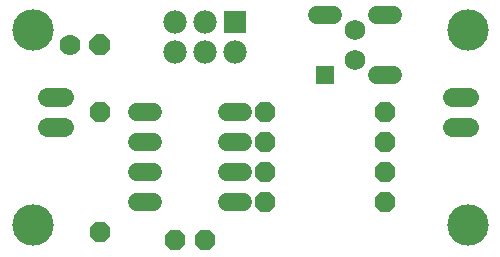
<source format=gbs>
G75*
G70*
%OFA0B0*%
%FSLAX24Y24*%
%IPPOS*%
%LPD*%
%AMOC8*
5,1,8,0,0,1.08239X$1,22.5*
%
%ADD10C,0.1380*%
%ADD11C,0.0600*%
%ADD12C,0.0640*%
%ADD13R,0.0595X0.0595*%
%ADD14C,0.0595*%
%ADD15C,0.0680*%
%ADD16OC8,0.0700*%
%ADD17C,0.0700*%
%ADD18R,0.0780X0.0780*%
%ADD19C,0.0780*%
%ADD20OC8,0.0680*%
D10*
X001401Y001401D03*
X001401Y007901D03*
X015901Y007901D03*
X015901Y001401D03*
D11*
X008411Y002151D02*
X007891Y002151D01*
X007891Y003151D02*
X008411Y003151D01*
X008411Y004151D02*
X007891Y004151D01*
X007891Y005151D02*
X008411Y005151D01*
X005411Y005151D02*
X004891Y005151D01*
X004891Y004151D02*
X005411Y004151D01*
X005411Y003151D02*
X004891Y003151D01*
X004891Y002151D02*
X005411Y002151D01*
D12*
X002431Y004651D02*
X001871Y004651D01*
X001871Y005651D02*
X002431Y005651D01*
X015371Y005651D02*
X015931Y005651D01*
X015931Y004651D02*
X015371Y004651D01*
D13*
X011151Y006401D03*
D14*
X012894Y006401D02*
X013409Y006401D01*
X013409Y008401D02*
X012894Y008401D01*
X011409Y008401D02*
X010894Y008401D01*
D15*
X012151Y007901D03*
X012151Y006901D03*
D16*
X003651Y007401D03*
D17*
X002651Y007401D03*
D18*
X008151Y008151D03*
D19*
X007151Y008151D03*
X006151Y008151D03*
X006151Y007151D03*
X007151Y007151D03*
X008151Y007151D03*
D20*
X009151Y005151D03*
X009151Y004151D03*
X009151Y003151D03*
X009151Y002151D03*
X007151Y000901D03*
X006151Y000901D03*
X003651Y001151D03*
X003651Y005151D03*
X013151Y005151D03*
X013151Y004151D03*
X013151Y003151D03*
X013151Y002151D03*
M02*

</source>
